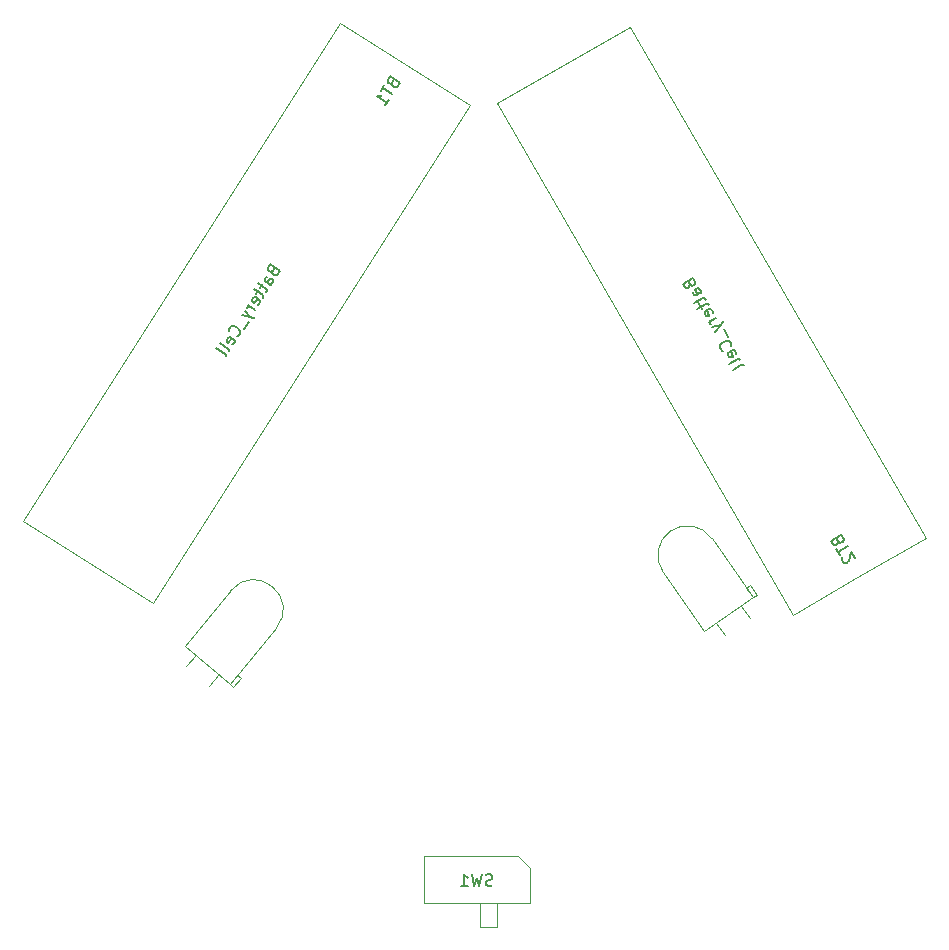
<source format=gbr>
%TF.GenerationSoftware,KiCad,Pcbnew,(6.0.4-0)*%
%TF.CreationDate,2022-05-05T12:21:51-07:00*%
%TF.ProjectId,GlowArtPCBv2,476c6f77-4172-4745-9043-4276322e6b69,rev?*%
%TF.SameCoordinates,Original*%
%TF.FileFunction,AssemblyDrawing,Bot*%
%FSLAX46Y46*%
G04 Gerber Fmt 4.6, Leading zero omitted, Abs format (unit mm)*
G04 Created by KiCad (PCBNEW (6.0.4-0)) date 2022-05-05 12:21:51*
%MOMM*%
%LPD*%
G01*
G04 APERTURE LIST*
%ADD10C,0.150000*%
%ADD11C,0.100000*%
G04 APERTURE END LIST*
D10*
%TO.C,BT1*%
X72683974Y-52930361D02*
X72647379Y-53076431D01*
X72661955Y-53142179D01*
X72716692Y-53233511D01*
X72837176Y-53310269D01*
X72943085Y-53321278D01*
X73008832Y-53306703D01*
X73100165Y-53251965D01*
X73304851Y-52930673D01*
X72461459Y-52393374D01*
X72282359Y-52674504D01*
X72271349Y-52780413D01*
X72285925Y-52846160D01*
X72340663Y-52937493D01*
X72420986Y-52988664D01*
X72526894Y-52999674D01*
X72592641Y-52985098D01*
X72683974Y-52930361D01*
X72863074Y-52649231D01*
X72537280Y-54135518D02*
X72095503Y-53854076D01*
X72040766Y-53762743D01*
X72051776Y-53656834D01*
X72154119Y-53496188D01*
X72245452Y-53441451D01*
X72497118Y-54109933D02*
X72588451Y-54055195D01*
X72716380Y-53854388D01*
X72727390Y-53748479D01*
X72672652Y-53657146D01*
X72592329Y-53605975D01*
X72486421Y-53594965D01*
X72395088Y-53649702D01*
X72267159Y-53850510D01*
X72175826Y-53905247D01*
X71795919Y-54058449D02*
X71591233Y-54379741D01*
X71438031Y-53999834D02*
X72160938Y-54460376D01*
X72215676Y-54551709D01*
X72204666Y-54657618D01*
X72153494Y-54737941D01*
X71488891Y-54540387D02*
X71284205Y-54861679D01*
X71131003Y-54481772D02*
X71853910Y-54942314D01*
X71908647Y-55033647D01*
X71897637Y-55139556D01*
X71846466Y-55219879D01*
X71422519Y-55796715D02*
X71513852Y-55741978D01*
X71616195Y-55581332D01*
X71627205Y-55475423D01*
X71572467Y-55384091D01*
X71251175Y-55179405D01*
X71145267Y-55168395D01*
X71053934Y-55223132D01*
X70951591Y-55383778D01*
X70940581Y-55489687D01*
X70995318Y-55581020D01*
X71075641Y-55632191D01*
X71411821Y-55281748D01*
X71206824Y-56223916D02*
X70644563Y-55865716D01*
X70805209Y-55968059D02*
X70699300Y-55957049D01*
X70633553Y-55971625D01*
X70542220Y-56026362D01*
X70491048Y-56106685D01*
X70363120Y-56307493D02*
X70797452Y-56866500D01*
X70107263Y-56709108D02*
X70797452Y-56866500D01*
X71049431Y-56914106D01*
X71115179Y-56899530D01*
X71206511Y-56844792D01*
X70673090Y-57238963D02*
X70263719Y-57881547D01*
X69668116Y-58461950D02*
X69733863Y-58447374D01*
X69850782Y-58352475D01*
X69901953Y-58272152D01*
X69938549Y-58126082D01*
X69909397Y-57994588D01*
X69854660Y-57903255D01*
X69719600Y-57760751D01*
X69599115Y-57683994D01*
X69412883Y-57621812D01*
X69306975Y-57610802D01*
X69175480Y-57639954D01*
X69058562Y-57734853D01*
X69007390Y-57815176D01*
X68970795Y-57961246D01*
X68985370Y-58026993D01*
X69273321Y-59170281D02*
X69364654Y-59115544D01*
X69466996Y-58954898D01*
X69478006Y-58848989D01*
X69423269Y-58757656D01*
X69101977Y-58552971D01*
X68996068Y-58541961D01*
X68904735Y-58596698D01*
X68802393Y-58757344D01*
X68791383Y-58863253D01*
X68846120Y-58954586D01*
X68926443Y-59005757D01*
X69262623Y-58655314D01*
X68980868Y-59717966D02*
X68991878Y-59612058D01*
X68937141Y-59520725D01*
X68214234Y-59060182D01*
X68699425Y-60159743D02*
X68710435Y-60053834D01*
X68655698Y-59962501D01*
X67932791Y-59501959D01*
X82828702Y-37006327D02*
X82792107Y-37152397D01*
X82806682Y-37218145D01*
X82861420Y-37309478D01*
X82981904Y-37386235D01*
X83087813Y-37397244D01*
X83153560Y-37382669D01*
X83244893Y-37327931D01*
X83449579Y-37006639D01*
X82606187Y-36469340D01*
X82427087Y-36750470D01*
X82416077Y-36856379D01*
X82430653Y-36922126D01*
X82485390Y-37013459D01*
X82565713Y-37064630D01*
X82671622Y-37075640D01*
X82737369Y-37061065D01*
X82828702Y-37006327D01*
X83007802Y-36725197D01*
X82145645Y-37192247D02*
X81838616Y-37674185D01*
X82835522Y-37970515D02*
X81992130Y-37433216D01*
X82221465Y-38934391D02*
X82528494Y-38452453D01*
X82374979Y-38693422D02*
X81531588Y-38156123D01*
X81703244Y-38152557D01*
X81834738Y-38123405D01*
X81926071Y-38068668D01*
%TO.C,BT2*%
X107990760Y-54063899D02*
X108103427Y-54163807D01*
X108168476Y-54181237D01*
X108274764Y-54174857D01*
X108398482Y-54103429D01*
X108457151Y-54014570D01*
X108474581Y-53949521D01*
X108468201Y-53843233D01*
X108277725Y-53513319D01*
X107411700Y-54013319D01*
X107578367Y-54301994D01*
X107667225Y-54360663D01*
X107732274Y-54378093D01*
X107838562Y-54371713D01*
X107921040Y-54324094D01*
X107979710Y-54235236D01*
X107997139Y-54170187D01*
X107990760Y-54063899D01*
X107824093Y-53775224D01*
X108992011Y-54750498D02*
X108538379Y-55012403D01*
X108432091Y-55018783D01*
X108343232Y-54960113D01*
X108247994Y-54795156D01*
X108241614Y-54688868D01*
X108950772Y-54774308D02*
X108944392Y-54668019D01*
X108825344Y-54461823D01*
X108736486Y-54403154D01*
X108630198Y-54409534D01*
X108547719Y-54457153D01*
X108489050Y-54546011D01*
X108495430Y-54652299D01*
X108614478Y-54858496D01*
X108620857Y-54964784D01*
X108581327Y-55372507D02*
X108771804Y-55702421D01*
X108364081Y-55662891D02*
X109106388Y-55234320D01*
X109212676Y-55227940D01*
X109301535Y-55286609D01*
X109349154Y-55369088D01*
X108867042Y-55867378D02*
X109057518Y-56197293D01*
X108649795Y-56157763D02*
X109392103Y-55729191D01*
X109498391Y-55722812D01*
X109587249Y-55781481D01*
X109634868Y-55863959D01*
X109950772Y-56506358D02*
X109944392Y-56400070D01*
X109849154Y-56235113D01*
X109760295Y-56176444D01*
X109654007Y-56182824D01*
X109324093Y-56373300D01*
X109265424Y-56462158D01*
X109271804Y-56568446D01*
X109367042Y-56733404D01*
X109455900Y-56792073D01*
X109562188Y-56785693D01*
X109644667Y-56738074D01*
X109489050Y-56278062D01*
X110230106Y-56894942D02*
X109652756Y-57228275D01*
X109817713Y-57133037D02*
X109759044Y-57221895D01*
X109741614Y-57286944D01*
X109747994Y-57393232D01*
X109795613Y-57475711D01*
X109914661Y-57681908D02*
X110611059Y-57554771D01*
X110152756Y-58094301D02*
X110611059Y-57554771D01*
X110769636Y-57353245D01*
X110787066Y-57288196D01*
X110780686Y-57181908D01*
X110884013Y-57837066D02*
X111264966Y-58496895D01*
X111504770Y-59293201D02*
X111522200Y-59228152D01*
X111492011Y-59080625D01*
X111444392Y-58998146D01*
X111331724Y-58898238D01*
X111201626Y-58863378D01*
X111095338Y-58869758D01*
X110906572Y-58923757D01*
X110782854Y-58995186D01*
X110641706Y-59131663D01*
X110583037Y-59220521D01*
X110548177Y-59350619D01*
X110578367Y-59498146D01*
X110625986Y-59580625D01*
X110738653Y-59680533D01*
X110803702Y-59697963D01*
X111950772Y-59970460D02*
X111944392Y-59864172D01*
X111849154Y-59699215D01*
X111760295Y-59640546D01*
X111654007Y-59646925D01*
X111324093Y-59837401D01*
X111265424Y-59926260D01*
X111271804Y-60032548D01*
X111367042Y-60197505D01*
X111455900Y-60256174D01*
X111562188Y-60249795D01*
X111644667Y-60202175D01*
X111489050Y-59742163D01*
X112301535Y-60482761D02*
X112212676Y-60424092D01*
X112106388Y-60430472D01*
X111364081Y-60859044D01*
X112563440Y-60936394D02*
X112474581Y-60877725D01*
X112368293Y-60884104D01*
X111625986Y-61312676D01*
X120550283Y-75817632D02*
X120662951Y-75917541D01*
X120728000Y-75934970D01*
X120834288Y-75928591D01*
X120958006Y-75857162D01*
X121016675Y-75768304D01*
X121034105Y-75703255D01*
X121027725Y-75596967D01*
X120837249Y-75267052D01*
X119971224Y-75767052D01*
X120137890Y-76055727D01*
X120226749Y-76114397D01*
X120291798Y-76131826D01*
X120398086Y-76125447D01*
X120480564Y-76077828D01*
X120539233Y-75988969D01*
X120556663Y-75923920D01*
X120550283Y-75817632D01*
X120383617Y-75528957D01*
X120399795Y-76509360D02*
X120685509Y-77004232D01*
X121408678Y-76256796D02*
X120542652Y-76756796D01*
X120910845Y-77204048D02*
X120893415Y-77269097D01*
X120899795Y-77375385D01*
X121018843Y-77581582D01*
X121107701Y-77640251D01*
X121172750Y-77657681D01*
X121279038Y-77651301D01*
X121361517Y-77603682D01*
X121461425Y-77491014D01*
X121670582Y-76710428D01*
X121980106Y-77246539D01*
%TO.C,SW1*%
X91303333Y-104974761D02*
X91160476Y-105022380D01*
X90922380Y-105022380D01*
X90827142Y-104974761D01*
X90779523Y-104927142D01*
X90731904Y-104831904D01*
X90731904Y-104736666D01*
X90779523Y-104641428D01*
X90827142Y-104593809D01*
X90922380Y-104546190D01*
X91112857Y-104498571D01*
X91208095Y-104450952D01*
X91255714Y-104403333D01*
X91303333Y-104308095D01*
X91303333Y-104212857D01*
X91255714Y-104117619D01*
X91208095Y-104070000D01*
X91112857Y-104022380D01*
X90874761Y-104022380D01*
X90731904Y-104070000D01*
X90398571Y-104022380D02*
X90160476Y-105022380D01*
X89970000Y-104308095D01*
X89779523Y-105022380D01*
X89541428Y-104022380D01*
X88636666Y-105022380D02*
X89208095Y-105022380D01*
X88922380Y-105022380D02*
X88922380Y-104022380D01*
X89017619Y-104165238D01*
X89112857Y-104260476D01*
X89208095Y-104308095D01*
D11*
%TO.C,BT1*%
X78435446Y-31937767D02*
X51570465Y-74107339D01*
X89399534Y-38922662D02*
X83917490Y-35430214D01*
X51570465Y-74107339D02*
X62534554Y-81092234D01*
X83917490Y-35430214D02*
X78435446Y-31937767D01*
X62534554Y-81092234D02*
X89399534Y-38922662D01*
%TO.C,BT2*%
X122355000Y-78800636D02*
X127984165Y-75550636D01*
X102984165Y-32249365D02*
X91725835Y-38749365D01*
X116725835Y-82050636D02*
X122355000Y-78800636D01*
X127984165Y-75550636D02*
X102984165Y-32249365D01*
X91725835Y-38749365D02*
X116725835Y-82050636D01*
%TO.C,flat side*%
X113348079Y-80569310D02*
X113675740Y-80339879D01*
X113068964Y-82315132D02*
X113068964Y-82315132D01*
X113068964Y-82315132D02*
X112340522Y-81274809D01*
X112340522Y-81274809D02*
X113068964Y-82315132D01*
X109252319Y-83437192D02*
X105753503Y-78440364D01*
X110988318Y-83772016D02*
X110988318Y-83772016D01*
X109252319Y-83437192D02*
X113348079Y-80569310D01*
X110988318Y-83772016D02*
X110259876Y-82731693D01*
X110259876Y-82731693D02*
X110988318Y-83772016D01*
X113102164Y-79520727D02*
X112774503Y-79750158D01*
X113348079Y-80569310D02*
X109849263Y-75572482D01*
X110259876Y-82731693D02*
X110259876Y-82731693D01*
X112774503Y-79750158D02*
X113348079Y-80569310D01*
X112340522Y-81274809D02*
X112340522Y-81274809D01*
X113675740Y-80339879D02*
X113102164Y-79520727D01*
X109849263Y-75572482D02*
G75*
G03*
X105753503Y-78440364I-2047880J-1433941D01*
G01*
%TO.C,SW1*%
X85470000Y-102470000D02*
X85470000Y-106470000D01*
X91720000Y-106470000D02*
X91720000Y-108470000D01*
X85470000Y-106470000D02*
X94470000Y-106470000D01*
X91720000Y-108470000D02*
X90220000Y-108470000D01*
X93470000Y-102470000D02*
X85470000Y-102470000D01*
X90220000Y-108470000D02*
X90220000Y-106470000D01*
X93470000Y-102470000D02*
X94470000Y-103470000D01*
X94470000Y-106470000D02*
X94470000Y-103470000D01*
%TO.C,flat side*%
X65235925Y-84664990D02*
X69156929Y-79992119D01*
X66178159Y-85455619D02*
X65361819Y-86428495D01*
X65235925Y-84664990D02*
X69066147Y-87878928D01*
X69372565Y-88136043D02*
X70015352Y-87369998D01*
X65361819Y-86428495D02*
X65361819Y-86428495D01*
X65361819Y-86428495D02*
X66178159Y-85455619D01*
X69708934Y-87112883D02*
X69066147Y-87878928D01*
X67307572Y-88061176D02*
X68123912Y-87088299D01*
X69066147Y-87878928D02*
X72987151Y-83206057D01*
X68123912Y-87088299D02*
X67307572Y-88061176D01*
X66178159Y-85455619D02*
X66178159Y-85455619D01*
X70015352Y-87369998D02*
X69708934Y-87112883D01*
X69066147Y-87878928D02*
X69372565Y-88136043D01*
X68123912Y-87088299D02*
X68123912Y-87088299D01*
X67307572Y-88061176D02*
X67307572Y-88061176D01*
X72987151Y-83206057D02*
G75*
G03*
X69156929Y-79992119I-1915111J1606969D01*
G01*
%TD*%
M02*

</source>
